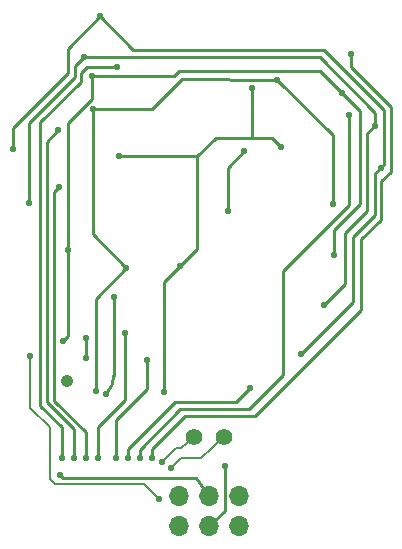
<source format=gbr>
%TF.GenerationSoftware,KiCad,Pcbnew,8.0.6*%
%TF.CreationDate,2024-11-10T20:15:22+09:00*%
%TF.ProjectId,sao-petal,73616f2d-7065-4746-916c-2e6b69636164,-*%
%TF.SameCoordinates,Original*%
%TF.FileFunction,Copper,L2,Bot*%
%TF.FilePolarity,Positive*%
%FSLAX46Y46*%
G04 Gerber Fmt 4.6, Leading zero omitted, Abs format (unit mm)*
G04 Created by KiCad (PCBNEW 8.0.6) date 2024-11-10 20:15:22*
%MOMM*%
%LPD*%
G01*
G04 APERTURE LIST*
%TA.AperFunction,ComponentPad*%
%ADD10C,1.397000*%
%TD*%
%TA.AperFunction,ComponentPad*%
%ADD11O,1.700000X1.700000*%
%TD*%
%TA.AperFunction,ComponentPad*%
%ADD12C,1.066800*%
%TD*%
%TA.AperFunction,ViaPad*%
%ADD13C,0.584200*%
%TD*%
%TA.AperFunction,Conductor*%
%ADD14C,0.254000*%
%TD*%
%TA.AperFunction,Conductor*%
%ADD15C,0.203200*%
%TD*%
G04 APERTURE END LIST*
D10*
%TO.P,TP2,1,1*%
%TO.N,/INPA*%
X136336250Y-105843570D03*
%TD*%
D11*
%TO.P,J1,1*%
%TO.N,/IRQ*%
X140166250Y-110803570D03*
%TO.P,J1,2*%
%TO.N,unconnected-(J1-Pad2)*%
X140166250Y-113343570D03*
%TO.P,J1,3*%
%TO.N,/SDA*%
X137626250Y-110803570D03*
%TO.P,J1,4*%
%TO.N,/SCL*%
X137626251Y-113343570D03*
%TO.P,J1,5*%
%TO.N,VDD*%
X135086250Y-110803570D03*
%TO.P,J1,6*%
%TO.N,GND*%
X135086250Y-113343570D03*
%TD*%
D10*
%TO.P,TP3,1,1*%
%TO.N,/INPB*%
X138836250Y-105843570D03*
%TD*%
D12*
%TO.P,TP1,1,1*%
%TO.N,/IRQ*%
X125586650Y-101075370D03*
%TD*%
D13*
%TO.N,/SCL*%
X138921650Y-108314370D03*
%TO.N,/SDA*%
X124951650Y-109000170D03*
%TO.N,/A4*%
X148091050Y-86063970D03*
X143392050Y-75573770D03*
X127999650Y-101964370D03*
X130615850Y-91524970D03*
X127755060Y-78055500D03*
%TO.N,/A2*%
X128914050Y-102167570D03*
X151621650Y-79485370D03*
X122335450Y-85987770D03*
X126983650Y-73643370D03*
X129549050Y-93988770D03*
X147354450Y-94674570D03*
%TO.N,/K4*%
X132317650Y-99271970D03*
X129701450Y-107577770D03*
%TO.N,/K1*%
X126145450Y-107577770D03*
X124846250Y-79843570D03*
%TO.N,/A6*%
X140598050Y-81644370D03*
X139175650Y-86648170D03*
%TO.N,/K7*%
X132749450Y-107577770D03*
X149665850Y-73363970D03*
%TO.N,/K6*%
X131733450Y-107577770D03*
X149456250Y-78533570D03*
%TO.N,/INPA*%
X133663850Y-107933370D03*
%TO.N,/K0*%
X125129450Y-107577770D03*
X129777650Y-74481570D03*
%TO.N,/IRQ*%
X133359050Y-111057570D03*
X122462450Y-98992570D03*
%TO.N,/A3*%
X148167250Y-90381970D03*
X125281850Y-97697170D03*
X125688250Y-90000970D03*
X148853050Y-76691370D03*
X127669450Y-75294370D03*
%TO.N,/K2*%
X127161450Y-107577770D03*
X124900850Y-84692370D03*
%TO.N,/K3*%
X128177450Y-107577770D03*
X130496250Y-96983570D03*
%TO.N,/K5*%
X130717450Y-107577770D03*
X141080650Y-101659570D03*
%TO.N,/A7*%
X127161450Y-97468570D03*
X127212250Y-99094170D03*
%TO.N,/INPB*%
X134400450Y-108441370D03*
%TO.N,/A1*%
X121014650Y-81441170D03*
X152155050Y-83015970D03*
X145388550Y-98791020D03*
X128380650Y-70214370D03*
%TO.N,/A5*%
X135111650Y-91372570D03*
X133790850Y-102040570D03*
X141283850Y-76284970D03*
X143671450Y-81288770D03*
X129980850Y-82025370D03*
%TD*%
D14*
%TO.N,/SCL*%
X138921650Y-112048170D02*
X138921650Y-108314370D01*
X137626251Y-113343570D02*
X138921650Y-112048170D01*
%TO.N,/SDA*%
X136483250Y-109304970D02*
X137626250Y-110803570D01*
X124951650Y-109000170D02*
X125256450Y-109304970D01*
X125256450Y-109304970D02*
X136483250Y-109304970D01*
%TO.N,/A4*%
X143392050Y-75573770D02*
X148091050Y-80272770D01*
X127755060Y-88664180D02*
X127755060Y-78055500D01*
X127755060Y-78055500D02*
X132774850Y-78055500D01*
X132774850Y-78055500D02*
X135307380Y-75522970D01*
X127999650Y-94141170D02*
X130615850Y-91524970D01*
X148091050Y-80272770D02*
X148091050Y-86063970D01*
X127755060Y-88664180D02*
X130615850Y-91524970D01*
X135307380Y-75522970D02*
X143392050Y-75573770D01*
X127999650Y-101964370D02*
X127999650Y-94141170D01*
D15*
%TO.N,/A2*%
X126983650Y-73643370D02*
X127009050Y-73668770D01*
D14*
X122335450Y-79231370D02*
X126247050Y-75319770D01*
X122335450Y-85987770D02*
X122335450Y-79231370D01*
X149132450Y-92896570D02*
X149132450Y-88553170D01*
X151012050Y-86673570D02*
X151012050Y-80094970D01*
X128914050Y-102167570D02*
X128914059Y-102167569D01*
X149132450Y-88553170D02*
X151012050Y-86673570D01*
X126247050Y-75319770D02*
X126247050Y-74430770D01*
X129549050Y-100634540D02*
X129549050Y-93988770D01*
X151012050Y-80094970D02*
X151621650Y-79485370D01*
X146998850Y-73668770D02*
X127009050Y-73668770D01*
X151646250Y-78353570D02*
X146998850Y-73668770D01*
X129549060Y-100634540D02*
X129549050Y-100634540D01*
X126247050Y-74430770D02*
X127009050Y-73668770D01*
X151621650Y-79485370D02*
X151646250Y-78353570D01*
X147354450Y-94674570D02*
X149132450Y-92896570D01*
X129549060Y-100634540D02*
G75*
G02*
X128914045Y-102167555I-2168060J40D01*
G01*
%TO.N,/K4*%
X129701450Y-104402770D02*
X132317650Y-101786570D01*
X132317650Y-101786570D02*
X132317650Y-99271970D01*
X129701450Y-107577770D02*
X129701450Y-104402770D01*
%TO.N,/K1*%
X126145450Y-107577770D02*
X126145450Y-105164770D01*
X123859450Y-80806170D02*
X124846250Y-79843570D01*
X123859450Y-102878770D02*
X123859450Y-80806170D01*
X126145450Y-105164770D02*
X123859450Y-102878770D01*
%TO.N,/A6*%
X139175650Y-86648170D02*
X139175650Y-83066770D01*
X139175650Y-83066770D02*
X140598050Y-81644370D01*
%TO.N,/K7*%
X152155050Y-84184370D02*
X152993250Y-83346170D01*
X132749450Y-107577770D02*
X132749450Y-106841170D01*
X141487050Y-104047170D02*
X150504050Y-95030170D01*
X152993250Y-77859770D02*
X149640450Y-74506970D01*
X152993250Y-83346170D02*
X152993250Y-77859770D01*
X132749450Y-106841170D02*
X135543450Y-104047170D01*
X150504050Y-89086570D02*
X152155050Y-87435570D01*
X135543450Y-104047170D02*
X141487050Y-104047170D01*
X152155050Y-87435570D02*
X152155050Y-84184370D01*
X149640450Y-74506970D02*
X149665850Y-73363970D01*
X150504050Y-95030170D02*
X150504050Y-89086570D01*
%TO.N,/K6*%
X143874650Y-91753570D02*
X149462650Y-86165570D01*
X143874650Y-100567370D02*
X143874650Y-91753570D01*
X131733450Y-107577770D02*
X131733450Y-106942770D01*
X135187850Y-103488370D02*
X140953650Y-103488370D01*
X140953650Y-103488370D02*
X143874650Y-100567370D01*
X131733450Y-106942770D02*
X135187850Y-103488370D01*
X149462650Y-86165570D02*
X149456250Y-78533570D01*
D15*
%TO.N,/INPA*%
X135238650Y-106790370D02*
X136336250Y-105843570D01*
X133663850Y-107933370D02*
X134806850Y-106790370D01*
X134806850Y-106790370D02*
X135238650Y-106790370D01*
D14*
%TO.N,/K0*%
X126780450Y-74964170D02*
X127263050Y-74481570D01*
X127263050Y-74481570D02*
X129777650Y-74481570D01*
X126780450Y-75726170D02*
X126780450Y-74964170D01*
X123326050Y-103208970D02*
X125129450Y-105012370D01*
X125129450Y-107577770D02*
X125129450Y-105012370D01*
X123326050Y-103208970D02*
X123326050Y-79180570D01*
X123326050Y-79180570D02*
X126780450Y-75726170D01*
D15*
%TO.N,/IRQ*%
X124138850Y-105012370D02*
X124138850Y-109355770D01*
X132089050Y-109787570D02*
X133359050Y-111057570D01*
X124570650Y-109787570D02*
X132089050Y-109787570D01*
X122462450Y-98992570D02*
X122462450Y-103335970D01*
X124138850Y-109355770D02*
X124570650Y-109787570D01*
X122462450Y-103335970D02*
X124138850Y-105012370D01*
D14*
%TO.N,/A3*%
X146973450Y-74811770D02*
X148853050Y-76691370D01*
X127669450Y-75294370D02*
X134647310Y-75225310D01*
X125688250Y-90000970D02*
X125688250Y-79205970D01*
X125688250Y-79205970D02*
X127694850Y-77199370D01*
X150377050Y-78215370D02*
X148853050Y-76691370D01*
X125281850Y-97697170D02*
X125688250Y-97290770D01*
X148167250Y-88324570D02*
X150377050Y-86114770D01*
X148167250Y-90381970D02*
X148167250Y-88324570D01*
X134647310Y-75225310D02*
X135060850Y-74811770D01*
X135060850Y-74811770D02*
X146973450Y-74811770D01*
X150377050Y-86114770D02*
X150377050Y-78215370D01*
X127694850Y-77199370D02*
X127669450Y-75294370D01*
X125688250Y-97290770D02*
X125688250Y-90000970D01*
%TO.N,/K2*%
X124494450Y-85098770D02*
X124900850Y-84692370D01*
X124494450Y-102751770D02*
X127161450Y-105418770D01*
X127161450Y-107577770D02*
X127161450Y-105418770D01*
X124494450Y-102751770D02*
X124494450Y-85098770D01*
%TO.N,/K3*%
X128177450Y-105012370D02*
X130488850Y-102700970D01*
X130488850Y-102700970D02*
X130496250Y-96983570D01*
X128177450Y-107577770D02*
X128177450Y-105012370D01*
%TO.N,/K5*%
X139861450Y-102878770D02*
X141080650Y-101659570D01*
X134705250Y-102878770D02*
X139861450Y-102878770D01*
X130717450Y-107577770D02*
X130717450Y-106866570D01*
X130717450Y-106866570D02*
X134705250Y-102878770D01*
%TO.N,/A7*%
X127161450Y-97468570D02*
X127212250Y-99094170D01*
D15*
%TO.N,/INPB*%
X134400450Y-108441370D02*
X135213250Y-107628570D01*
X135213250Y-107628570D02*
X136940450Y-107628570D01*
X136940450Y-107628570D02*
X138836250Y-105843570D01*
D14*
%TO.N,/A1*%
X152434450Y-78164570D02*
X152434450Y-82685770D01*
X125688250Y-72932170D02*
X128380650Y-70214370D01*
X151621650Y-87029170D02*
X151621650Y-83498570D01*
X149792850Y-88857970D02*
X151621650Y-87029170D01*
X145388550Y-98791020D02*
X149792850Y-94386720D01*
X151621650Y-83498570D02*
X152155050Y-83015970D01*
X149792850Y-94386720D02*
X149792850Y-88857970D01*
X152434450Y-82685770D02*
X152155050Y-83015970D01*
X147354450Y-73084570D02*
X152434450Y-78164570D01*
X121014650Y-81441170D02*
X121014650Y-79688570D01*
X128380650Y-70214370D02*
X131174650Y-73084570D01*
X131174650Y-73084570D02*
X147354450Y-73084570D01*
X125688250Y-75014970D02*
X125688250Y-72932170D01*
X121014650Y-79688570D02*
X125688250Y-75014970D01*
%TO.N,/A5*%
X136610250Y-89873970D02*
X135111650Y-91372570D01*
X133765450Y-92718770D02*
X135111650Y-91372570D01*
X129980850Y-82025370D02*
X136610250Y-82025370D01*
X138159650Y-80475970D02*
X142914720Y-80475970D01*
X142914720Y-80475970D02*
X143671450Y-81288770D01*
X141283850Y-80475970D02*
X141283850Y-76284970D01*
X136610250Y-82025370D02*
X138159650Y-80475970D01*
X136610250Y-89873970D02*
X136610250Y-82025370D01*
X133790850Y-102040570D02*
X133765450Y-92718770D01*
%TD*%
M02*

</source>
